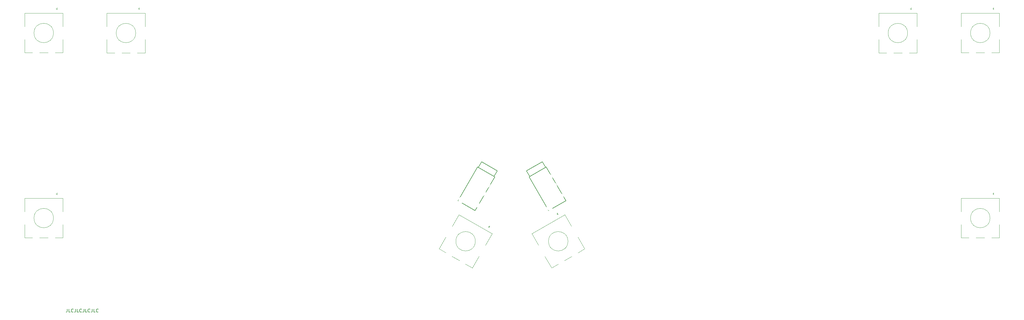
<source format=gto>
G04 #@! TF.GenerationSoftware,KiCad,Pcbnew,(5.1.4-0-10_14)*
G04 #@! TF.CreationDate,2020-08-09T17:16:06-05:00*
G04 #@! TF.ProjectId,Dori,446f7269-2e6b-4696-9361-645f70636258,rev?*
G04 #@! TF.SameCoordinates,Original*
G04 #@! TF.FileFunction,Legend,Top*
G04 #@! TF.FilePolarity,Positive*
%FSLAX46Y46*%
G04 Gerber Fmt 4.6, Leading zero omitted, Abs format (unit mm)*
G04 Created by KiCad (PCBNEW (5.1.4-0-10_14)) date 2020-08-09 17:16:06*
%MOMM*%
%LPD*%
G04 APERTURE LIST*
%ADD10C,0.150000*%
%ADD11C,0.120000*%
%ADD12C,4.089800*%
%ADD13C,1.803800*%
%ADD14C,2.642000*%
%ADD15C,3.602000*%
%ADD16C,0.902000*%
%ADD17C,2.102000*%
%ADD18R,2.102000X3.302000*%
%ADD19R,2.102000X2.102000*%
%ADD20C,1.702000*%
%ADD21C,1.702000*%
%ADD22C,0.100000*%
%ADD23C,1.803400*%
%ADD24O,1.402000X2.002000*%
%ADD25C,0.752000*%
%ADD26O,1.402000X2.502000*%
G04 APERTURE END LIST*
D10*
X108093452Y-137564880D02*
X108093452Y-138279166D01*
X108045833Y-138422023D01*
X107950595Y-138517261D01*
X107807738Y-138564880D01*
X107712500Y-138564880D01*
X109045833Y-138564880D02*
X108569642Y-138564880D01*
X108569642Y-137564880D01*
X109950595Y-138469642D02*
X109902976Y-138517261D01*
X109760119Y-138564880D01*
X109664880Y-138564880D01*
X109522023Y-138517261D01*
X109426785Y-138422023D01*
X109379166Y-138326785D01*
X109331547Y-138136309D01*
X109331547Y-137993452D01*
X109379166Y-137802976D01*
X109426785Y-137707738D01*
X109522023Y-137612500D01*
X109664880Y-137564880D01*
X109760119Y-137564880D01*
X109902976Y-137612500D01*
X109950595Y-137660119D01*
X110664880Y-137564880D02*
X110664880Y-138279166D01*
X110617261Y-138422023D01*
X110522023Y-138517261D01*
X110379166Y-138564880D01*
X110283928Y-138564880D01*
X111617261Y-138564880D02*
X111141071Y-138564880D01*
X111141071Y-137564880D01*
X112522023Y-138469642D02*
X112474404Y-138517261D01*
X112331547Y-138564880D01*
X112236309Y-138564880D01*
X112093452Y-138517261D01*
X111998214Y-138422023D01*
X111950595Y-138326785D01*
X111902976Y-138136309D01*
X111902976Y-137993452D01*
X111950595Y-137802976D01*
X111998214Y-137707738D01*
X112093452Y-137612500D01*
X112236309Y-137564880D01*
X112331547Y-137564880D01*
X112474404Y-137612500D01*
X112522023Y-137660119D01*
X113236309Y-137564880D02*
X113236309Y-138279166D01*
X113188690Y-138422023D01*
X113093452Y-138517261D01*
X112950595Y-138564880D01*
X112855357Y-138564880D01*
X114188690Y-138564880D02*
X113712500Y-138564880D01*
X113712500Y-137564880D01*
X115093452Y-138469642D02*
X115045833Y-138517261D01*
X114902976Y-138564880D01*
X114807738Y-138564880D01*
X114664880Y-138517261D01*
X114569642Y-138422023D01*
X114522023Y-138326785D01*
X114474404Y-138136309D01*
X114474404Y-137993452D01*
X114522023Y-137802976D01*
X114569642Y-137707738D01*
X114664880Y-137612500D01*
X114807738Y-137564880D01*
X114902976Y-137564880D01*
X115045833Y-137612500D01*
X115093452Y-137660119D01*
X115807738Y-137564880D02*
X115807738Y-138279166D01*
X115760119Y-138422023D01*
X115664880Y-138517261D01*
X115522023Y-138564880D01*
X115426785Y-138564880D01*
X116760119Y-138564880D02*
X116283928Y-138564880D01*
X116283928Y-137564880D01*
X117664880Y-138469642D02*
X117617261Y-138517261D01*
X117474404Y-138564880D01*
X117379166Y-138564880D01*
X117236309Y-138517261D01*
X117141071Y-138422023D01*
X117093452Y-138326785D01*
X117045833Y-138136309D01*
X117045833Y-137993452D01*
X117093452Y-137802976D01*
X117141071Y-137707738D01*
X117236309Y-137612500D01*
X117379166Y-137564880D01*
X117474404Y-137564880D01*
X117617261Y-137612500D01*
X117664880Y-137660119D01*
D11*
X364331250Y-51887500D02*
X364331250Y-52887500D01*
X364831250Y-52387500D02*
X363831250Y-52387500D01*
X360831250Y-58487500D02*
X358431250Y-58487500D01*
X365631250Y-58487500D02*
X363031250Y-58487500D01*
X370231250Y-58487500D02*
X367831250Y-58487500D01*
X368431250Y-45187500D02*
X368131250Y-44887500D01*
X368431250Y-44587500D02*
X368431250Y-45187500D01*
X368131250Y-44887500D02*
X368431250Y-44587500D01*
X370231250Y-46287500D02*
X358431250Y-46287500D01*
X370231250Y-50387500D02*
X370231250Y-46287500D01*
X358431250Y-50387500D02*
X358431250Y-46287500D01*
X358431250Y-58487500D02*
X358431250Y-54387500D01*
X370231250Y-54387500D02*
X370231250Y-58487500D01*
X367331250Y-52387500D02*
G75*
G03X367331250Y-52387500I-3000000J0D01*
G01*
X389756650Y-109024800D02*
X389756650Y-110024800D01*
X390256650Y-109524800D02*
X389256650Y-109524800D01*
X386256650Y-115624800D02*
X383856650Y-115624800D01*
X391056650Y-115624800D02*
X388456650Y-115624800D01*
X395656650Y-115624800D02*
X393256650Y-115624800D01*
X393856650Y-102324800D02*
X393556650Y-102024800D01*
X393856650Y-101724800D02*
X393856650Y-102324800D01*
X393556650Y-102024800D02*
X393856650Y-101724800D01*
X395656650Y-103424800D02*
X383856650Y-103424800D01*
X395656650Y-107524800D02*
X395656650Y-103424800D01*
X383856650Y-107524800D02*
X383856650Y-103424800D01*
X383856650Y-115624800D02*
X383856650Y-111524800D01*
X395656650Y-111524800D02*
X395656650Y-115624800D01*
X392756650Y-109524800D02*
G75*
G03X392756650Y-109524800I-3000000J0D01*
G01*
X389756650Y-51874800D02*
X389756650Y-52874800D01*
X390256650Y-52374800D02*
X389256650Y-52374800D01*
X386256650Y-58474800D02*
X383856650Y-58474800D01*
X391056650Y-58474800D02*
X388456650Y-58474800D01*
X395656650Y-58474800D02*
X393256650Y-58474800D01*
X393856650Y-45174800D02*
X393556650Y-44874800D01*
X393856650Y-44574800D02*
X393856650Y-45174800D01*
X393556650Y-44874800D02*
X393856650Y-44574800D01*
X395656650Y-46274800D02*
X383856650Y-46274800D01*
X395656650Y-50374800D02*
X395656650Y-46274800D01*
X383856650Y-50374800D02*
X383856650Y-46274800D01*
X383856650Y-58474800D02*
X383856650Y-54374800D01*
X395656650Y-54374800D02*
X395656650Y-58474800D01*
X392756650Y-52374800D02*
G75*
G03X392756650Y-52374800I-3000000J0D01*
G01*
D10*
X254631121Y-92117949D02*
X249781379Y-94917949D01*
X250781379Y-96650000D02*
X249781379Y-94917949D01*
X255631121Y-93850000D02*
X254631121Y-92117949D01*
X250564873Y-96775000D02*
X256614873Y-107253907D01*
X255847627Y-93725000D02*
X261897627Y-104203907D01*
X261897627Y-104203907D02*
X256614873Y-107253907D01*
X255847627Y-93725000D02*
X250564873Y-96775000D01*
X239972627Y-96775000D02*
X234689873Y-93725000D01*
X233922627Y-107253907D02*
X228639873Y-104203907D01*
X239972627Y-96775000D02*
X233922627Y-107253907D01*
X234689873Y-93725000D02*
X228639873Y-104203907D01*
X239756121Y-96650000D02*
X240756121Y-94917949D01*
X234906379Y-93850000D02*
X235906379Y-92117949D01*
X240756121Y-94917949D02*
X235906379Y-92117949D01*
D11*
X100831650Y-109024800D02*
X100831650Y-110024800D01*
X101331650Y-109524800D02*
X100331650Y-109524800D01*
X97331650Y-115624800D02*
X94931650Y-115624800D01*
X102131650Y-115624800D02*
X99531650Y-115624800D01*
X106731650Y-115624800D02*
X104331650Y-115624800D01*
X104931650Y-102324800D02*
X104631650Y-102024800D01*
X104931650Y-101724800D02*
X104931650Y-102324800D01*
X104631650Y-102024800D02*
X104931650Y-101724800D01*
X106731650Y-103424800D02*
X94931650Y-103424800D01*
X106731650Y-107524800D02*
X106731650Y-103424800D01*
X94931650Y-107524800D02*
X94931650Y-103424800D01*
X94931650Y-115624800D02*
X94931650Y-111524800D01*
X106731650Y-111524800D02*
X106731650Y-115624800D01*
X103831650Y-109524800D02*
G75*
G03X103831650Y-109524800I-3000000J0D01*
G01*
X100831650Y-51874800D02*
X100831650Y-52874800D01*
X101331650Y-52374800D02*
X100331650Y-52374800D01*
X97331650Y-58474800D02*
X94931650Y-58474800D01*
X102131650Y-58474800D02*
X99531650Y-58474800D01*
X106731650Y-58474800D02*
X104331650Y-58474800D01*
X104931650Y-45174800D02*
X104631650Y-44874800D01*
X104931650Y-44574800D02*
X104931650Y-45174800D01*
X104631650Y-44874800D02*
X104931650Y-44574800D01*
X106731650Y-46274800D02*
X94931650Y-46274800D01*
X106731650Y-50374800D02*
X106731650Y-46274800D01*
X94931650Y-50374800D02*
X94931650Y-46274800D01*
X94931650Y-58474800D02*
X94931650Y-54374800D01*
X106731650Y-54374800D02*
X106731650Y-58474800D01*
X103831650Y-52374800D02*
G75*
G03X103831650Y-52374800I-3000000J0D01*
G01*
X259306250Y-116248237D02*
X259806250Y-117114263D01*
X259989263Y-116431250D02*
X259123237Y-116931250D01*
X259575161Y-123714005D02*
X257496700Y-124914005D01*
X263732083Y-121314005D02*
X261480417Y-122614005D01*
X267715800Y-119014005D02*
X265637339Y-120214005D01*
X259506954Y-108395867D02*
X259097147Y-108286059D01*
X259206954Y-107876252D02*
X259506954Y-108395867D01*
X259097147Y-108286059D02*
X259206954Y-107876252D01*
X261615800Y-108448495D02*
X251396700Y-114348495D01*
X263665800Y-111999199D02*
X261615800Y-108448495D01*
X253446700Y-117899199D02*
X251396700Y-114348495D01*
X257496700Y-124914005D02*
X255446700Y-121363301D01*
X265665800Y-115463301D02*
X267715800Y-119014005D01*
X262556250Y-116681250D02*
G75*
G03X262556250Y-116681250I-3000000J0D01*
G01*
X231231250Y-116248237D02*
X230731250Y-117114263D01*
X231414263Y-116931250D02*
X230548237Y-116431250D01*
X224900161Y-120214005D02*
X222821700Y-119014005D01*
X229057083Y-122614005D02*
X226805417Y-121314005D01*
X233040800Y-124914005D02*
X230962339Y-123714005D01*
X238131954Y-112495867D02*
X238022147Y-112086059D01*
X238431954Y-111976252D02*
X238131954Y-112495867D01*
X238022147Y-112086059D02*
X238431954Y-111976252D01*
X239140800Y-114348495D02*
X228921700Y-108448495D01*
X237090800Y-117899199D02*
X239140800Y-114348495D01*
X226871700Y-111999199D02*
X228921700Y-108448495D01*
X222821700Y-119014005D02*
X224871700Y-115463301D01*
X235090800Y-121363301D02*
X233040800Y-124914005D01*
X233981250Y-116681250D02*
G75*
G03X233981250Y-116681250I-3000000J0D01*
G01*
X126206250Y-51887500D02*
X126206250Y-52887500D01*
X126706250Y-52387500D02*
X125706250Y-52387500D01*
X122706250Y-58487500D02*
X120306250Y-58487500D01*
X127506250Y-58487500D02*
X124906250Y-58487500D01*
X132106250Y-58487500D02*
X129706250Y-58487500D01*
X130306250Y-45187500D02*
X130006250Y-44887500D01*
X130306250Y-44587500D02*
X130306250Y-45187500D01*
X130006250Y-44887500D02*
X130306250Y-44587500D01*
X132106250Y-46287500D02*
X120306250Y-46287500D01*
X132106250Y-50387500D02*
X132106250Y-46287500D01*
X120306250Y-50387500D02*
X120306250Y-46287500D01*
X120306250Y-58487500D02*
X120306250Y-54387500D01*
X132106250Y-54387500D02*
X132106250Y-58487500D01*
X129206250Y-52387500D02*
G75*
G03X129206250Y-52387500I-3000000J0D01*
G01*
%LPC*%
D12*
X183356250Y-90487500D03*
D13*
X188436250Y-90487500D03*
X178276250Y-90487500D03*
D14*
X180816250Y-95567500D03*
X187166250Y-93027500D03*
D12*
X100806250Y-90487500D03*
D13*
X105886250Y-90487500D03*
X95726250Y-90487500D03*
D14*
X98266250Y-95567500D03*
X104616250Y-93027500D03*
D12*
X288131250Y-90487500D03*
D13*
X293211250Y-90487500D03*
X283051250Y-90487500D03*
D14*
X285591250Y-95567500D03*
X291941250Y-93027500D03*
D12*
X269081250Y-90487500D03*
D13*
X274161250Y-90487500D03*
X264001250Y-90487500D03*
D14*
X266541250Y-95567500D03*
X272891250Y-93027500D03*
D12*
X221456250Y-71437500D03*
D13*
X226536250Y-71437500D03*
X216376250Y-71437500D03*
D14*
X218916250Y-76517500D03*
X225266250Y-73977500D03*
D12*
X389731250Y-52387500D03*
D13*
X394811250Y-52387500D03*
X384651250Y-52387500D03*
D14*
X387191250Y-57467500D03*
X393541250Y-54927500D03*
D12*
X389731250Y-71437500D03*
D13*
X394811250Y-71437500D03*
X384651250Y-71437500D03*
D14*
X387191250Y-76517500D03*
X393541250Y-73977500D03*
D15*
X380206250Y-100012500D03*
X380206250Y-61912500D03*
D16*
X372665625Y-61912500D03*
X372665625Y-60388500D03*
X372665625Y-58864500D03*
X372665625Y-63690500D03*
X372665625Y-65214500D03*
X372665625Y-100012500D03*
X372665625Y-98488500D03*
X372665625Y-96964500D03*
X372665625Y-101536500D03*
X372665625Y-103060500D03*
D17*
X361831250Y-59387500D03*
X366831250Y-59387500D03*
D18*
X358731250Y-52387500D03*
X369931250Y-52387500D03*
D17*
X361831250Y-44887500D03*
X364331250Y-44887500D03*
D19*
X366831250Y-44887500D03*
D17*
X387256650Y-116524800D03*
X392256650Y-116524800D03*
D18*
X384156650Y-109524800D03*
X395356650Y-109524800D03*
D17*
X387256650Y-102024800D03*
X389756650Y-102024800D03*
D19*
X392256650Y-102024800D03*
D17*
X387256650Y-59374800D03*
X392256650Y-59374800D03*
D18*
X384156650Y-52374800D03*
X395356650Y-52374800D03*
D17*
X387256650Y-44874800D03*
X389756650Y-44874800D03*
D19*
X392256650Y-44874800D03*
D12*
X389731250Y-109537500D03*
D13*
X394811250Y-109537500D03*
X384651250Y-109537500D03*
D14*
X387191250Y-114617500D03*
X393541250Y-112077500D03*
D12*
X389731250Y-90487500D03*
D13*
X394811250Y-90487500D03*
X384651250Y-90487500D03*
D14*
X387191250Y-95567500D03*
X393541250Y-93027500D03*
D16*
X278540000Y-44080000D03*
X280064000Y-44080000D03*
X281588000Y-44080000D03*
X277016000Y-44080000D03*
X275492000Y-44080000D03*
X354806250Y-44053125D03*
X356330250Y-44053125D03*
X357854250Y-44053125D03*
X353282250Y-44053125D03*
X351758250Y-44053125D03*
X135731250Y-44053125D03*
X137255250Y-44053125D03*
X138779250Y-44053125D03*
X134207250Y-44053125D03*
X132683250Y-44053125D03*
X211931250Y-44053125D03*
X213455250Y-44053125D03*
X214979250Y-44053125D03*
X210407250Y-44053125D03*
X208883250Y-44053125D03*
D12*
X326231250Y-109537500D03*
D13*
X331311250Y-109537500D03*
X321151250Y-109537500D03*
D14*
X323691250Y-114617500D03*
X330041250Y-112077500D03*
D16*
X193675000Y-117871875D03*
X195199000Y-117871875D03*
X196723000Y-117871875D03*
X192151000Y-117871875D03*
X190627000Y-117871875D03*
X135731250Y-117871875D03*
X137255250Y-117871875D03*
X138779250Y-117871875D03*
X134207250Y-117871875D03*
X132683250Y-117871875D03*
X296862500Y-117871875D03*
X298386500Y-117871875D03*
X299910500Y-117871875D03*
X295338500Y-117871875D03*
X293814500Y-117871875D03*
X354806250Y-117871875D03*
X356330250Y-117871875D03*
X357854250Y-117871875D03*
X353282250Y-117871875D03*
X351758250Y-117871875D03*
X117800000Y-61912500D03*
X117800000Y-60515500D03*
X117800000Y-59118500D03*
X117800000Y-63309500D03*
X117800000Y-64706500D03*
D15*
X110331250Y-100012500D03*
X354806250Y-61912500D03*
D20*
X256864392Y-106186087D03*
D21*
X256764392Y-106012882D02*
X256964392Y-106359292D01*
D20*
X260298108Y-102933459D03*
D21*
X260198108Y-102760254D02*
X260398108Y-103106664D01*
D20*
X256798108Y-96871281D03*
D21*
X256698108Y-96698076D02*
X256898108Y-97044486D01*
D16*
X257506250Y-102697818D03*
X254006250Y-96635641D03*
D20*
X258298108Y-99469358D03*
D21*
X258198108Y-99296153D02*
X258398108Y-99642563D01*
D20*
X236223108Y-101769358D03*
D21*
X236323108Y-101596153D02*
X236123108Y-101942563D01*
D16*
X236531250Y-96635641D03*
X233031250Y-102697818D03*
D20*
X237723108Y-99171281D03*
D21*
X237823108Y-98998076D02*
X237623108Y-99344486D01*
D20*
X234223108Y-105233459D03*
D21*
X234323108Y-105060254D02*
X234123108Y-105406664D01*
D20*
X229689392Y-103886087D03*
D21*
X229789392Y-103712882D02*
X229589392Y-104059292D01*
D17*
X98331650Y-116524800D03*
X103331650Y-116524800D03*
D18*
X95231650Y-109524800D03*
X106431650Y-109524800D03*
D17*
X98331650Y-102024800D03*
X100831650Y-102024800D03*
D19*
X103331650Y-102024800D03*
D17*
X98331650Y-59374800D03*
X103331650Y-59374800D03*
D18*
X95231650Y-52374800D03*
X106431650Y-52374800D03*
D17*
X98331650Y-44874800D03*
X100831650Y-44874800D03*
D19*
X103331650Y-44874800D03*
D12*
X100806250Y-109537500D03*
D13*
X105886250Y-109537500D03*
X95726250Y-109537500D03*
D14*
X98266250Y-114617500D03*
X104616250Y-112077500D03*
D12*
X100806250Y-71437500D03*
D13*
X105886250Y-71437500D03*
X95726250Y-71437500D03*
D14*
X98266250Y-76517500D03*
X104616250Y-73977500D03*
D12*
X100806250Y-52387500D03*
D13*
X105886250Y-52387500D03*
X95726250Y-52387500D03*
D14*
X98266250Y-57467500D03*
X104616250Y-54927500D03*
D22*
G36*
X355504491Y-73690471D02*
G01*
X355548256Y-73696963D01*
X355591175Y-73707713D01*
X355632833Y-73722619D01*
X355672829Y-73741536D01*
X355710779Y-73764282D01*
X355746316Y-73790638D01*
X355779099Y-73820351D01*
X355808812Y-73853134D01*
X355835168Y-73888671D01*
X355857914Y-73926621D01*
X355876831Y-73966617D01*
X355891737Y-74008275D01*
X355902487Y-74051194D01*
X355908979Y-74094959D01*
X355911150Y-74139150D01*
X355911150Y-75040850D01*
X355908979Y-75085041D01*
X355902487Y-75128806D01*
X355891737Y-75171725D01*
X355876831Y-75213383D01*
X355857914Y-75253379D01*
X355835168Y-75291329D01*
X355808812Y-75326866D01*
X355779099Y-75359649D01*
X355746316Y-75389362D01*
X355710779Y-75415718D01*
X355672829Y-75438464D01*
X355632833Y-75457381D01*
X355591175Y-75472287D01*
X355548256Y-75483037D01*
X355504491Y-75489529D01*
X355460300Y-75491700D01*
X354558600Y-75491700D01*
X354514409Y-75489529D01*
X354470644Y-75483037D01*
X354427725Y-75472287D01*
X354386067Y-75457381D01*
X354346071Y-75438464D01*
X354308121Y-75415718D01*
X354272584Y-75389362D01*
X354239801Y-75359649D01*
X354210088Y-75326866D01*
X354183732Y-75291329D01*
X354160986Y-75253379D01*
X354142069Y-75213383D01*
X354127163Y-75171725D01*
X354116413Y-75128806D01*
X354109921Y-75085041D01*
X354107750Y-75040850D01*
X354107750Y-74139150D01*
X354109921Y-74094959D01*
X354116413Y-74051194D01*
X354127163Y-74008275D01*
X354142069Y-73966617D01*
X354160986Y-73926621D01*
X354183732Y-73888671D01*
X354210088Y-73853134D01*
X354239801Y-73820351D01*
X354272584Y-73790638D01*
X354308121Y-73764282D01*
X354346071Y-73741536D01*
X354386067Y-73722619D01*
X354427725Y-73707713D01*
X354470644Y-73696963D01*
X354514409Y-73690471D01*
X354558600Y-73688300D01*
X355460300Y-73688300D01*
X355504491Y-73690471D01*
X355504491Y-73690471D01*
G37*
D23*
X355009450Y-74590000D03*
X354603050Y-77130000D03*
X355009450Y-79670000D03*
X354603050Y-82210000D03*
X355009450Y-84750000D03*
X354603050Y-87290000D03*
D24*
X293356250Y-43512500D03*
D25*
X294766250Y-47161500D03*
X300546250Y-47161500D03*
D24*
X301956250Y-43512500D03*
D26*
X301956250Y-47712500D03*
X293356250Y-47712500D03*
D15*
X221853125Y-105171875D03*
D17*
X260891186Y-123993428D03*
X265221314Y-121493428D03*
X254706508Y-119481250D03*
D22*
G36*
X252970815Y-118576942D02*
G01*
X254791201Y-117525942D01*
X256442201Y-120385558D01*
X254621815Y-121436558D01*
X252970815Y-118576942D01*
X252970815Y-118576942D01*
G37*
D17*
X264405992Y-113881250D03*
D22*
G36*
X262670299Y-112976942D02*
G01*
X264490685Y-111925942D01*
X266141685Y-114785558D01*
X264321299Y-115836558D01*
X262670299Y-112976942D01*
X262670299Y-112976942D01*
G37*
D17*
X253641186Y-111436059D03*
X255806250Y-110186059D03*
X257971314Y-108936059D03*
D22*
G36*
X256535621Y-108551366D02*
G01*
X258356007Y-107500366D01*
X259407007Y-109320752D01*
X257586621Y-110371752D01*
X256535621Y-108551366D01*
X256535621Y-108551366D01*
G37*
D17*
X225316186Y-121493428D03*
X229646314Y-123993428D03*
X226131508Y-113881250D03*
D22*
G36*
X226046815Y-111925942D02*
G01*
X227867201Y-112976942D01*
X226216201Y-115836558D01*
X224395815Y-114785558D01*
X226046815Y-111925942D01*
X226046815Y-111925942D01*
G37*
D17*
X235830992Y-119481250D03*
D22*
G36*
X235746299Y-117525942D02*
G01*
X237566685Y-118576942D01*
X235915685Y-121436558D01*
X234095299Y-120385558D01*
X235746299Y-117525942D01*
X235746299Y-117525942D01*
G37*
D17*
X232566186Y-108936059D03*
X234731250Y-110186059D03*
X236896314Y-111436059D03*
D22*
G36*
X236511621Y-110000366D02*
G01*
X238332007Y-111051366D01*
X237281007Y-112871752D01*
X235460621Y-111820752D01*
X236511621Y-110000366D01*
X236511621Y-110000366D01*
G37*
D17*
X123706250Y-59387500D03*
X128706250Y-59387500D03*
D18*
X120606250Y-52387500D03*
X131806250Y-52387500D03*
D17*
X123706250Y-44887500D03*
X126206250Y-44887500D03*
D19*
X128706250Y-44887500D03*
D22*
G36*
X193579491Y-73690471D02*
G01*
X193623256Y-73696963D01*
X193666175Y-73707713D01*
X193707833Y-73722619D01*
X193747829Y-73741536D01*
X193785779Y-73764282D01*
X193821316Y-73790638D01*
X193854099Y-73820351D01*
X193883812Y-73853134D01*
X193910168Y-73888671D01*
X193932914Y-73926621D01*
X193951831Y-73966617D01*
X193966737Y-74008275D01*
X193977487Y-74051194D01*
X193983979Y-74094959D01*
X193986150Y-74139150D01*
X193986150Y-75040850D01*
X193983979Y-75085041D01*
X193977487Y-75128806D01*
X193966737Y-75171725D01*
X193951831Y-75213383D01*
X193932914Y-75253379D01*
X193910168Y-75291329D01*
X193883812Y-75326866D01*
X193854099Y-75359649D01*
X193821316Y-75389362D01*
X193785779Y-75415718D01*
X193747829Y-75438464D01*
X193707833Y-75457381D01*
X193666175Y-75472287D01*
X193623256Y-75483037D01*
X193579491Y-75489529D01*
X193535300Y-75491700D01*
X192633600Y-75491700D01*
X192589409Y-75489529D01*
X192545644Y-75483037D01*
X192502725Y-75472287D01*
X192461067Y-75457381D01*
X192421071Y-75438464D01*
X192383121Y-75415718D01*
X192347584Y-75389362D01*
X192314801Y-75359649D01*
X192285088Y-75326866D01*
X192258732Y-75291329D01*
X192235986Y-75253379D01*
X192217069Y-75213383D01*
X192202163Y-75171725D01*
X192191413Y-75128806D01*
X192184921Y-75085041D01*
X192182750Y-75040850D01*
X192182750Y-74139150D01*
X192184921Y-74094959D01*
X192191413Y-74051194D01*
X192202163Y-74008275D01*
X192217069Y-73966617D01*
X192235986Y-73926621D01*
X192258732Y-73888671D01*
X192285088Y-73853134D01*
X192314801Y-73820351D01*
X192347584Y-73790638D01*
X192383121Y-73764282D01*
X192421071Y-73741536D01*
X192461067Y-73722619D01*
X192502725Y-73707713D01*
X192545644Y-73696963D01*
X192589409Y-73690471D01*
X192633600Y-73688300D01*
X193535300Y-73688300D01*
X193579491Y-73690471D01*
X193579491Y-73690471D01*
G37*
D23*
X193084450Y-74590000D03*
X192678050Y-77130000D03*
X193084450Y-79670000D03*
X192678050Y-82210000D03*
X193084450Y-84750000D03*
X192678050Y-87290000D03*
D16*
X117799643Y-100012500D03*
X117799643Y-98615500D03*
X117799643Y-97218500D03*
X117799643Y-101409500D03*
X117799643Y-102806500D03*
D26*
X188581250Y-47712500D03*
X197181250Y-47712500D03*
D24*
X197181250Y-43512500D03*
D25*
X195771250Y-47161500D03*
X189991250Y-47161500D03*
D24*
X188581250Y-43512500D03*
D12*
X126206250Y-52387500D03*
D13*
X131286250Y-52387500D03*
X121126250Y-52387500D03*
D14*
X123666250Y-57467500D03*
X130016250Y-54927500D03*
D12*
X145256250Y-52387500D03*
D13*
X150336250Y-52387500D03*
X140176250Y-52387500D03*
D14*
X142716250Y-57467500D03*
X149066250Y-54927500D03*
D12*
X164306250Y-52387500D03*
D13*
X169386250Y-52387500D03*
X159226250Y-52387500D03*
D14*
X161766250Y-57467500D03*
X168116250Y-54927500D03*
X187166250Y-54927500D03*
X180816250Y-57467500D03*
D13*
X178276250Y-52387500D03*
X188436250Y-52387500D03*
D12*
X183356250Y-52387500D03*
X202406250Y-52387500D03*
D13*
X207486250Y-52387500D03*
X197326250Y-52387500D03*
D14*
X199866250Y-57467500D03*
X206216250Y-54927500D03*
D12*
X221456250Y-52387500D03*
D13*
X226536250Y-52387500D03*
X216376250Y-52387500D03*
D14*
X218916250Y-57467500D03*
X225266250Y-54927500D03*
D12*
X269081250Y-52387500D03*
D13*
X274161250Y-52387500D03*
X264001250Y-52387500D03*
D14*
X266541250Y-57467500D03*
X272891250Y-54927500D03*
D12*
X288131250Y-52387500D03*
D13*
X293211250Y-52387500D03*
X283051250Y-52387500D03*
D14*
X285591250Y-57467500D03*
X291941250Y-54927500D03*
D12*
X307181250Y-52387500D03*
D13*
X312261250Y-52387500D03*
X302101250Y-52387500D03*
D14*
X304641250Y-57467500D03*
X310991250Y-54927500D03*
D12*
X326231250Y-52387500D03*
D13*
X331311250Y-52387500D03*
X321151250Y-52387500D03*
D14*
X323691250Y-57467500D03*
X330041250Y-54927500D03*
D12*
X345281250Y-52387500D03*
D13*
X350361250Y-52387500D03*
X340201250Y-52387500D03*
D14*
X342741250Y-57467500D03*
X349091250Y-54927500D03*
D12*
X364331250Y-52387500D03*
D13*
X369411250Y-52387500D03*
X359251250Y-52387500D03*
D14*
X361791250Y-57467500D03*
X368141250Y-54927500D03*
D12*
X126206250Y-71437500D03*
D13*
X131286250Y-71437500D03*
X121126250Y-71437500D03*
D14*
X123666250Y-76517500D03*
X130016250Y-73977500D03*
D12*
X145256250Y-71437500D03*
D13*
X150336250Y-71437500D03*
X140176250Y-71437500D03*
D14*
X142716250Y-76517500D03*
X149066250Y-73977500D03*
D12*
X164306250Y-71437500D03*
D13*
X169386250Y-71437500D03*
X159226250Y-71437500D03*
D14*
X161766250Y-76517500D03*
X168116250Y-73977500D03*
D12*
X183356250Y-71437500D03*
D13*
X188436250Y-71437500D03*
X178276250Y-71437500D03*
D14*
X180816250Y-76517500D03*
X187166250Y-73977500D03*
D12*
X202406250Y-71437500D03*
D13*
X207486250Y-71437500D03*
X197326250Y-71437500D03*
D14*
X199866250Y-76517500D03*
X206216250Y-73977500D03*
D12*
X269081250Y-71437500D03*
D13*
X274161250Y-71437500D03*
X264001250Y-71437500D03*
D14*
X266541250Y-76517500D03*
X272891250Y-73977500D03*
D12*
X288131250Y-71437500D03*
D13*
X293211250Y-71437500D03*
X283051250Y-71437500D03*
D14*
X285591250Y-76517500D03*
X291941250Y-73977500D03*
D12*
X307181250Y-71437500D03*
D13*
X312261250Y-71437500D03*
X302101250Y-71437500D03*
D14*
X304641250Y-76517500D03*
X310991250Y-73977500D03*
D12*
X326231250Y-71437500D03*
D13*
X331311250Y-71437500D03*
X321151250Y-71437500D03*
D14*
X323691250Y-76517500D03*
X330041250Y-73977500D03*
D12*
X345281250Y-71437500D03*
D13*
X350361250Y-71437500D03*
X340201250Y-71437500D03*
D14*
X342741250Y-76517500D03*
X349091250Y-73977500D03*
D12*
X364331250Y-71437500D03*
D13*
X369411250Y-71437500D03*
X359251250Y-71437500D03*
D14*
X361791250Y-76517500D03*
X368141250Y-73977500D03*
D12*
X126206250Y-90500200D03*
D13*
X131286250Y-90500200D03*
X121126250Y-90500200D03*
D14*
X123666250Y-95580200D03*
X130016250Y-93040200D03*
D12*
X145256250Y-90487500D03*
D13*
X150336250Y-90487500D03*
X140176250Y-90487500D03*
D14*
X142716250Y-95567500D03*
X149066250Y-93027500D03*
D12*
X164306250Y-90487500D03*
D13*
X169386250Y-90487500D03*
X159226250Y-90487500D03*
D14*
X161766250Y-95567500D03*
X168116250Y-93027500D03*
D12*
X202406250Y-90487500D03*
D13*
X207486250Y-90487500D03*
X197326250Y-90487500D03*
D14*
X199866250Y-95567500D03*
X206216250Y-93027500D03*
D12*
X221456250Y-90487500D03*
D13*
X226536250Y-90487500D03*
X216376250Y-90487500D03*
D14*
X218916250Y-95567500D03*
X225266250Y-93027500D03*
D12*
X307181250Y-90487500D03*
D13*
X312261250Y-90487500D03*
X302101250Y-90487500D03*
D14*
X304641250Y-95567500D03*
X310991250Y-93027500D03*
D12*
X326231250Y-90487500D03*
D13*
X331311250Y-90487500D03*
X321151250Y-90487500D03*
D14*
X323691250Y-95567500D03*
X330041250Y-93027500D03*
D12*
X345281250Y-90487500D03*
D13*
X350361250Y-90487500D03*
X340201250Y-90487500D03*
D14*
X342741250Y-95567500D03*
X349091250Y-93027500D03*
D12*
X126206250Y-109537500D03*
D13*
X131286250Y-109537500D03*
X121126250Y-109537500D03*
D14*
X123666250Y-114617500D03*
X130016250Y-112077500D03*
D12*
X145256250Y-109537500D03*
D13*
X150336250Y-109537500D03*
X140176250Y-109537500D03*
D14*
X142716250Y-114617500D03*
X149066250Y-112077500D03*
D12*
X164306250Y-109537500D03*
D13*
X169386250Y-109537500D03*
X159226250Y-109537500D03*
D14*
X161766250Y-114617500D03*
X168116250Y-112077500D03*
D12*
X183356250Y-109537500D03*
D13*
X188436250Y-109537500D03*
X178276250Y-109537500D03*
D14*
X180816250Y-114617500D03*
X187166250Y-112077500D03*
D12*
X210315928Y-111924443D03*
D13*
X215222832Y-113239244D03*
X205409025Y-110609643D03*
D14*
X206547676Y-116173946D03*
X213338706Y-115363995D03*
X232982460Y-120784253D03*
X226213198Y-119808958D03*
D13*
X226553494Y-114139549D03*
X235352312Y-119219549D03*
D12*
X230952903Y-116679549D03*
X280172502Y-111937591D03*
D13*
X285079406Y-110622791D03*
X275265599Y-113252392D03*
D14*
X279033852Y-117501895D03*
X284510080Y-113404942D03*
D12*
X307181250Y-109537500D03*
D13*
X312261250Y-109537500D03*
X302101250Y-109537500D03*
D14*
X304641250Y-114617500D03*
X310991250Y-112077500D03*
D12*
X345281250Y-109537500D03*
D13*
X350361250Y-109537500D03*
X340201250Y-109537500D03*
D14*
X342741250Y-114617500D03*
X349091250Y-112077500D03*
D12*
X259540603Y-116704949D03*
D13*
X263940012Y-114164949D03*
X255141194Y-119244949D03*
D14*
X259880898Y-122374358D03*
X264110160Y-116999653D03*
D12*
X364331250Y-90500200D03*
D13*
X369411250Y-90500200D03*
X359251250Y-90500200D03*
D14*
X361791250Y-95580200D03*
X368141250Y-93040200D03*
D12*
X364331250Y-109537500D03*
D13*
X369411250Y-109537500D03*
X359251250Y-109537500D03*
D14*
X361791250Y-114617500D03*
X368141250Y-112077500D03*
D15*
X135731250Y-61912500D03*
X211931250Y-61940000D03*
X135731250Y-100012500D03*
X278606250Y-61912500D03*
X268684375Y-105171875D03*
X354806250Y-100012500D03*
X110331250Y-61912500D03*
M02*

</source>
